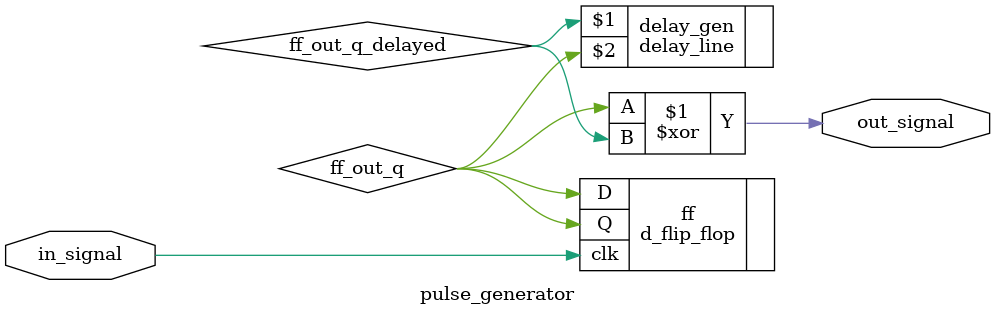
<source format=v>
`timescale 1ps/1ps

module pulse_generator 
#(parameter LENGTH_DELAY = 1)
(
    out_signal,
    in_signal
);
    input in_signal;
    output out_signal;

    wire ff_out_q;
    wire ff_out_q_delayed;

    delay_line #(LENGTH_DELAY) delay_gen(ff_out_q_delayed, ff_out_q);

    d_flip_flop ff(
        .D(ff_out_q),
        .Q(ff_out_q),
        .clk(in_signal)
    );

    xor #(280) (out_signal, ff_out_q, ff_out_q_delayed);
    
endmodule

</source>
